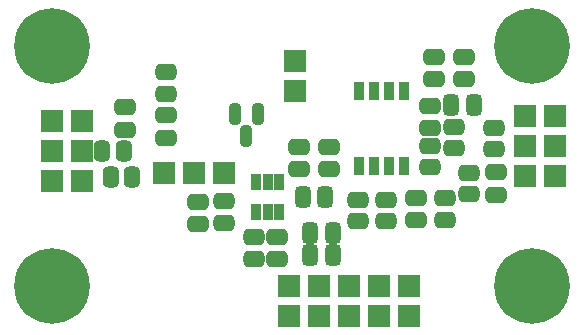
<source format=gbr>
%TF.GenerationSoftware,KiCad,Pcbnew,6.0.11+dfsg-1~bpo11+1*%
%TF.CreationDate,2023-05-29T00:37:40+00:00*%
%TF.ProjectId,PCRD01,50435244-3031-42e6-9b69-6361645f7063,01A*%
%TF.SameCoordinates,Original*%
%TF.FileFunction,Soldermask,Bot*%
%TF.FilePolarity,Negative*%
%FSLAX46Y46*%
G04 Gerber Fmt 4.6, Leading zero omitted, Abs format (unit mm)*
G04 Created by KiCad (PCBNEW 6.0.11+dfsg-1~bpo11+1) date 2023-05-29 00:37:40*
%MOMM*%
%LPD*%
G01*
G04 APERTURE LIST*
G04 Aperture macros list*
%AMRoundRect*
0 Rectangle with rounded corners*
0 $1 Rounding radius*
0 $2 $3 $4 $5 $6 $7 $8 $9 X,Y pos of 4 corners*
0 Add a 4 corners polygon primitive as box body*
4,1,4,$2,$3,$4,$5,$6,$7,$8,$9,$2,$3,0*
0 Add four circle primitives for the rounded corners*
1,1,$1+$1,$2,$3*
1,1,$1+$1,$4,$5*
1,1,$1+$1,$6,$7*
1,1,$1+$1,$8,$9*
0 Add four rect primitives between the rounded corners*
20,1,$1+$1,$2,$3,$4,$5,0*
20,1,$1+$1,$4,$5,$6,$7,0*
20,1,$1+$1,$6,$7,$8,$9,0*
20,1,$1+$1,$8,$9,$2,$3,0*%
G04 Aperture macros list end*
%ADD10RoundRect,0.200000X0.762000X0.762000X-0.762000X0.762000X-0.762000X-0.762000X0.762000X-0.762000X0*%
%ADD11RoundRect,0.200000X-0.762000X0.762000X-0.762000X-0.762000X0.762000X-0.762000X0.762000X0.762000X0*%
%ADD12C,6.400000*%
%ADD13RoundRect,0.450000X-0.475000X0.250000X-0.475000X-0.250000X0.475000X-0.250000X0.475000X0.250000X0*%
%ADD14RoundRect,0.450000X0.475000X-0.250000X0.475000X0.250000X-0.475000X0.250000X-0.475000X-0.250000X0*%
%ADD15RoundRect,0.450000X-0.250000X-0.475000X0.250000X-0.475000X0.250000X0.475000X-0.250000X0.475000X0*%
%ADD16RoundRect,0.450000X0.450000X-0.262500X0.450000X0.262500X-0.450000X0.262500X-0.450000X-0.262500X0*%
%ADD17RoundRect,0.450000X0.262500X0.450000X-0.262500X0.450000X-0.262500X-0.450000X0.262500X-0.450000X0*%
%ADD18RoundRect,0.450000X-0.450000X0.262500X-0.450000X-0.262500X0.450000X-0.262500X0.450000X0.262500X0*%
%ADD19RoundRect,0.450000X0.250000X0.475000X-0.250000X0.475000X-0.250000X-0.475000X0.250000X-0.475000X0*%
%ADD20RoundRect,0.200000X0.254000X0.571500X-0.254000X0.571500X-0.254000X-0.571500X0.254000X-0.571500X0*%
%ADD21RoundRect,0.200000X0.250000X0.500380X-0.250000X0.500380X-0.250000X-0.500380X0.250000X-0.500380X0*%
%ADD22RoundRect,0.200000X0.250520X0.500380X-0.250520X0.500380X-0.250520X-0.500380X0.250520X-0.500380X0*%
%ADD23RoundRect,0.350000X-0.150000X0.587500X-0.150000X-0.587500X0.150000X-0.587500X0.150000X0.587500X0*%
G04 APERTURE END LIST*
D10*
%TO.C,J1*%
X2540000Y8890000D03*
X0Y8890000D03*
X2540000Y11430000D03*
X0Y11430000D03*
X2540000Y13970000D03*
X0Y13970000D03*
%TD*%
D11*
%TO.C,J2*%
X30276800Y0D03*
X30276800Y-2540000D03*
X27736800Y0D03*
X27736800Y-2540000D03*
X25196800Y0D03*
X25196800Y-2540000D03*
X22656800Y0D03*
X22656800Y-2540000D03*
X20116800Y0D03*
X20116800Y-2540000D03*
%TD*%
D10*
%TO.C,J5*%
X42646600Y9245600D03*
X40106600Y9245600D03*
X42646600Y11785600D03*
X40106600Y11785600D03*
X42646600Y14325600D03*
X40106600Y14325600D03*
%TD*%
D12*
%TO.C,P4*%
X0Y0D03*
%TD*%
%TO.C,P3*%
X0Y20320000D03*
%TD*%
%TO.C,P1*%
X40640000Y0D03*
%TD*%
%TO.C,P2*%
X40640000Y20320000D03*
%TD*%
D10*
%TO.C,J4*%
X20574000Y16510000D03*
X20574000Y19050000D03*
%TD*%
D13*
%TO.C,C1*%
X9652000Y14412000D03*
X9652000Y12512000D03*
%TD*%
%TO.C,C2*%
X19050000Y4125000D03*
X19050000Y2225000D03*
%TD*%
D14*
%TO.C,C3*%
X20955000Y9845000D03*
X20955000Y11745000D03*
%TD*%
%TO.C,C5*%
X34925000Y17465000D03*
X34925000Y19365000D03*
%TD*%
%TO.C,C6*%
X32385000Y17465000D03*
X32385000Y19365000D03*
%TD*%
D15*
%TO.C,C10*%
X21884600Y2590800D03*
X23784600Y2590800D03*
%TD*%
D14*
%TO.C,C12*%
X37592000Y7686000D03*
X37592000Y9586000D03*
%TD*%
D15*
%TO.C,C14*%
X33848000Y15290800D03*
X35748000Y15290800D03*
%TD*%
D16*
%TO.C,R1*%
X9652000Y16232500D03*
X9652000Y18057500D03*
%TD*%
D17*
%TO.C,R2*%
X6106800Y11430000D03*
X4281800Y11430000D03*
%TD*%
D16*
%TO.C,R5*%
X25908000Y5437500D03*
X25908000Y7262500D03*
%TD*%
%TO.C,R6*%
X33274000Y5564500D03*
X33274000Y7389500D03*
%TD*%
%TO.C,R7*%
X28321000Y5437500D03*
X28321000Y7262500D03*
%TD*%
%TO.C,R8*%
X35306000Y7723500D03*
X35306000Y9548500D03*
%TD*%
%TO.C,R9*%
X32054800Y10034900D03*
X32054800Y11859900D03*
%TD*%
D18*
%TO.C,R11*%
X37439600Y13358500D03*
X37439600Y11533500D03*
%TD*%
D14*
%TO.C,C11*%
X30861000Y5527000D03*
X30861000Y7427000D03*
%TD*%
%TO.C,C4*%
X12369569Y5213931D03*
X12369569Y7113931D03*
%TD*%
D11*
%TO.C,J3*%
X9525000Y9525000D03*
X12065000Y9525000D03*
X14605000Y9525000D03*
%TD*%
D14*
%TO.C,C9*%
X23495000Y9845000D03*
X23495000Y11745000D03*
%TD*%
D19*
%TO.C,C8*%
X23175000Y7493000D03*
X21275000Y7493000D03*
%TD*%
D14*
%TO.C,C13*%
X32054800Y13350200D03*
X32054800Y15250200D03*
%TD*%
D16*
%TO.C,R10*%
X34086800Y11635100D03*
X34086800Y13460100D03*
%TD*%
D15*
%TO.C,C7*%
X21910000Y4445000D03*
X23810000Y4445000D03*
%TD*%
D20*
%TO.C,U2*%
X29845000Y10160000D03*
X28575000Y10160000D03*
X27305000Y10160000D03*
X26035000Y10160000D03*
X26035000Y16510000D03*
X27305000Y16510000D03*
X28575000Y16510000D03*
X29845000Y16510000D03*
%TD*%
D21*
%TO.C,U1*%
X19240500Y6223000D03*
X18288000Y6223000D03*
X17335500Y6223000D03*
D22*
X17335500Y8763000D03*
D21*
X18288000Y8763000D03*
X19240500Y8763000D03*
%TD*%
D16*
%TO.C,R3*%
X17145000Y2262500D03*
X17145000Y4087500D03*
%TD*%
D23*
%TO.C,Q1*%
X15532000Y14536500D03*
X17432000Y14536500D03*
X16482000Y12661500D03*
%TD*%
D16*
%TO.C,R4*%
X14592569Y5306431D03*
X14592569Y7131431D03*
%TD*%
D17*
%TO.C,R12*%
X6817500Y9212500D03*
X4992500Y9212500D03*
%TD*%
D14*
%TO.C,C15*%
X6197600Y13185100D03*
X6197600Y15085100D03*
%TD*%
M02*

</source>
